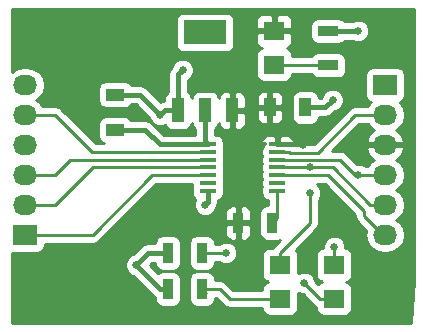
<source format=gbr>
G04 #@! TF.FileFunction,Copper,L1,Top,Signal*
%FSLAX46Y46*%
G04 Gerber Fmt 4.6, Leading zero omitted, Abs format (unit mm)*
G04 Created by KiCad (PCBNEW 4.0.2-stable) date Sunday, 27 May 2018 'pmt' 21:04:44*
%MOMM*%
G01*
G04 APERTURE LIST*
%ADD10C,0.100000*%
%ADD11R,0.900000X1.700000*%
%ADD12R,1.600000X1.000000*%
%ADD13R,1.000000X1.600000*%
%ADD14R,3.657600X2.032000*%
%ADD15R,1.016000X2.032000*%
%ADD16R,2.032000X1.727200*%
%ADD17O,2.032000X1.727200*%
%ADD18R,1.800860X1.597660*%
%ADD19R,1.450000X0.350000*%
%ADD20R,1.700000X0.900000*%
%ADD21C,0.635000*%
%ADD22C,0.381000*%
%ADD23C,0.254000*%
G04 APERTURE END LIST*
D10*
D11*
X171704000Y-110744000D03*
X174604000Y-110744000D03*
D12*
X161290000Y-102870000D03*
X161290000Y-99870000D03*
D13*
X174395000Y-100965000D03*
X177395000Y-100965000D03*
D14*
X168910000Y-94615000D03*
D15*
X168910000Y-101219000D03*
X171196000Y-101219000D03*
X166624000Y-101219000D03*
D16*
X153670000Y-111760000D03*
D17*
X153670000Y-109220000D03*
X153670000Y-106680000D03*
X153670000Y-104140000D03*
X153670000Y-101600000D03*
X153670000Y-99060000D03*
D16*
X184150000Y-99060000D03*
D17*
X184150000Y-101600000D03*
X184150000Y-104140000D03*
X184150000Y-106680000D03*
X184150000Y-109220000D03*
X184150000Y-111760000D03*
D11*
X168656000Y-116332000D03*
X165756000Y-116332000D03*
X168656000Y-113284000D03*
X165756000Y-113284000D03*
D18*
X174752000Y-94488000D03*
X174752000Y-97327720D03*
X175260000Y-114300000D03*
X175260000Y-117139720D03*
X179832000Y-114300000D03*
X179832000Y-117139720D03*
D19*
X169135000Y-104095000D03*
X169135000Y-104745000D03*
X169135000Y-105395000D03*
X169135000Y-106045000D03*
X169135000Y-106695000D03*
X169135000Y-107345000D03*
X169135000Y-107995000D03*
X175035000Y-107995000D03*
X175035000Y-107345000D03*
X175035000Y-106695000D03*
X175035000Y-106045000D03*
X175035000Y-105395000D03*
X175035000Y-104745000D03*
X175035000Y-104095000D03*
D20*
X179324000Y-97388000D03*
X179324000Y-94488000D03*
D21*
X181864000Y-94488000D03*
X163068000Y-114300000D03*
X167005000Y-97790000D03*
X179705000Y-100330000D03*
X165100000Y-101600000D03*
X168910000Y-109220000D03*
X181610000Y-104140000D03*
X177165000Y-104140000D03*
X177800000Y-106045000D03*
X177800000Y-108204000D03*
X181864000Y-106680000D03*
X179832000Y-112776000D03*
X170688000Y-113284000D03*
X177292000Y-115824000D03*
D22*
X165055000Y-104095000D02*
X163830000Y-102870000D01*
X163830000Y-102870000D02*
X161290000Y-102870000D01*
X169135000Y-104095000D02*
X165055000Y-104095000D01*
X168910000Y-101219000D02*
X168910000Y-103870000D01*
X168910000Y-103870000D02*
X169135000Y-104095000D01*
X179324000Y-94488000D02*
X181864000Y-94488000D01*
X165756000Y-116332000D02*
X165100000Y-116332000D01*
X165100000Y-116332000D02*
X163068000Y-114300000D01*
X165756000Y-113284000D02*
X164084000Y-113284000D01*
X164084000Y-113284000D02*
X163068000Y-114300000D01*
X166624000Y-101219000D02*
X166624000Y-98171000D01*
X166624000Y-98171000D02*
X167005000Y-97790000D01*
X177395000Y-100965000D02*
X179070000Y-100965000D01*
X179070000Y-100965000D02*
X179705000Y-100330000D01*
X161290000Y-99870000D02*
X163370000Y-99870000D01*
X163370000Y-99870000D02*
X165100000Y-101600000D01*
X166624000Y-101219000D02*
X165481000Y-101219000D01*
X165481000Y-101219000D02*
X165100000Y-101600000D01*
X169135000Y-107995000D02*
X169135000Y-108995000D01*
X169135000Y-108995000D02*
X168910000Y-109220000D01*
X175035000Y-104095000D02*
X177120000Y-104095000D01*
X177120000Y-104095000D02*
X177165000Y-104140000D01*
D23*
X174752000Y-97327720D02*
X179263720Y-97327720D01*
X179263720Y-97327720D02*
X179324000Y-97388000D01*
X159355000Y-104745000D02*
X156210000Y-101600000D01*
X156210000Y-101600000D02*
X153670000Y-101600000D01*
X169135000Y-104745000D02*
X159355000Y-104745000D01*
X159385000Y-106045000D02*
X156210000Y-109220000D01*
X156210000Y-109220000D02*
X153670000Y-109220000D01*
X169135000Y-106045000D02*
X159385000Y-106045000D01*
X157495000Y-105395000D02*
X156210000Y-106680000D01*
X156210000Y-106680000D02*
X153670000Y-106680000D01*
X169135000Y-105395000D02*
X157495000Y-105395000D01*
X164450000Y-106695000D02*
X159385000Y-111760000D01*
X159385000Y-111760000D02*
X153670000Y-111760000D01*
X169135000Y-106695000D02*
X164450000Y-106695000D01*
X175035000Y-107995000D02*
X175035000Y-110313000D01*
X175035000Y-110313000D02*
X174604000Y-110744000D01*
X182372000Y-110134400D02*
X183997600Y-111760000D01*
X183997600Y-111760000D02*
X184150000Y-111760000D01*
X182372000Y-109728000D02*
X182372000Y-110134400D01*
X179339000Y-106695000D02*
X182372000Y-109728000D01*
X175035000Y-106695000D02*
X179339000Y-106695000D01*
X177292000Y-106045000D02*
X177800000Y-106045000D01*
X177800000Y-106045000D02*
X179705000Y-106045000D01*
X175260000Y-114300000D02*
X175260000Y-113247170D01*
X175260000Y-113247170D02*
X177800000Y-110707170D01*
X177800000Y-110707170D02*
X177800000Y-108204000D01*
X175035000Y-106045000D02*
X177292000Y-106045000D01*
X179705000Y-106045000D02*
X182880000Y-109220000D01*
X182880000Y-109220000D02*
X184150000Y-109220000D01*
X181610000Y-106680000D02*
X181864000Y-106680000D01*
X181864000Y-106680000D02*
X184150000Y-106680000D01*
X179832000Y-114300000D02*
X179832000Y-112776000D01*
X181102000Y-106172000D02*
X181610000Y-106680000D01*
X180325000Y-105395000D02*
X181102000Y-106172000D01*
X175035000Y-105395000D02*
X180325000Y-105395000D01*
X182880000Y-101600000D02*
X184150000Y-101600000D01*
X181610000Y-101600000D02*
X182880000Y-101600000D01*
X176053502Y-104784502D02*
X178425498Y-104784502D01*
X178425498Y-104784502D02*
X181610000Y-101600000D01*
X176014000Y-104745000D02*
X176053502Y-104784502D01*
X175035000Y-104745000D02*
X176014000Y-104745000D01*
X170987720Y-117139720D02*
X170180000Y-116332000D01*
X170180000Y-116332000D02*
X168656000Y-116332000D01*
X175260000Y-117139720D02*
X170987720Y-117139720D01*
X168955720Y-116631720D02*
X168656000Y-116332000D01*
X170688000Y-113284000D02*
X168656000Y-113284000D01*
X179832000Y-117139720D02*
X178607720Y-117139720D01*
X178607720Y-117139720D02*
X177292000Y-115824000D01*
G36*
X186563000Y-115565767D02*
X186322184Y-119178000D01*
X152527000Y-119178000D01*
X152527000Y-114488633D01*
X162115335Y-114488633D01*
X162260039Y-114838843D01*
X162527747Y-115107020D01*
X162835288Y-115234722D01*
X164516283Y-116915717D01*
X164658560Y-117010784D01*
X164658560Y-117182000D01*
X164702838Y-117417317D01*
X164841910Y-117633441D01*
X165054110Y-117778431D01*
X165306000Y-117829440D01*
X166206000Y-117829440D01*
X166441317Y-117785162D01*
X166657441Y-117646090D01*
X166802431Y-117433890D01*
X166853440Y-117182000D01*
X166853440Y-115482000D01*
X167558560Y-115482000D01*
X167558560Y-117182000D01*
X167602838Y-117417317D01*
X167741910Y-117633441D01*
X167954110Y-117778431D01*
X168206000Y-117829440D01*
X169106000Y-117829440D01*
X169341317Y-117785162D01*
X169557441Y-117646090D01*
X169702431Y-117433890D01*
X169753440Y-117182000D01*
X169753440Y-117094000D01*
X169864370Y-117094000D01*
X170448905Y-117678536D01*
X170696116Y-117843717D01*
X170987720Y-117901720D01*
X173712130Y-117901720D01*
X173712130Y-117938550D01*
X173756408Y-118173867D01*
X173895480Y-118389991D01*
X174107680Y-118534981D01*
X174359570Y-118585990D01*
X176160430Y-118585990D01*
X176395747Y-118541712D01*
X176611871Y-118402640D01*
X176756861Y-118190440D01*
X176807870Y-117938550D01*
X176807870Y-116654324D01*
X177101705Y-116776335D01*
X177166762Y-116776392D01*
X178068905Y-117678535D01*
X178284130Y-117822344D01*
X178284130Y-117938550D01*
X178328408Y-118173867D01*
X178467480Y-118389991D01*
X178679680Y-118534981D01*
X178931570Y-118585990D01*
X180732430Y-118585990D01*
X180967747Y-118541712D01*
X181183871Y-118402640D01*
X181328861Y-118190440D01*
X181379870Y-117938550D01*
X181379870Y-116340890D01*
X181335592Y-116105573D01*
X181196520Y-115889449D01*
X180984320Y-115744459D01*
X180867634Y-115720830D01*
X180967747Y-115701992D01*
X181183871Y-115562920D01*
X181328861Y-115350720D01*
X181379870Y-115098830D01*
X181379870Y-113501170D01*
X181335592Y-113265853D01*
X181196520Y-113049729D01*
X180984320Y-112904739D01*
X180784424Y-112864259D01*
X180784665Y-112587367D01*
X180639961Y-112237157D01*
X180372253Y-111968980D01*
X180022295Y-111823665D01*
X179643367Y-111823335D01*
X179293157Y-111968039D01*
X179024980Y-112235747D01*
X178879665Y-112585705D01*
X178879423Y-112863542D01*
X178696253Y-112898008D01*
X178480129Y-113037080D01*
X178335139Y-113249280D01*
X178284130Y-113501170D01*
X178284130Y-115098830D01*
X178328408Y-115334147D01*
X178467480Y-115550271D01*
X178679680Y-115695261D01*
X178796366Y-115718890D01*
X178696253Y-115737728D01*
X178480129Y-115876800D01*
X178456708Y-115911078D01*
X178244610Y-115698980D01*
X178244665Y-115635367D01*
X178099961Y-115285157D01*
X177832253Y-115016980D01*
X177482295Y-114871665D01*
X177103367Y-114871335D01*
X176807870Y-114993432D01*
X176807870Y-113501170D01*
X176763592Y-113265853D01*
X176624520Y-113049729D01*
X176571380Y-113013420D01*
X178338815Y-111245986D01*
X178503996Y-110998775D01*
X178504150Y-110998000D01*
X178562000Y-110707170D01*
X178562000Y-108789194D01*
X178607020Y-108744253D01*
X178752335Y-108394295D01*
X178752665Y-108015367D01*
X178607961Y-107665157D01*
X178400168Y-107457000D01*
X179023370Y-107457000D01*
X181610000Y-110043631D01*
X181610000Y-110134400D01*
X181668004Y-110426005D01*
X181787341Y-110604605D01*
X181833185Y-110673215D01*
X182541865Y-111381895D01*
X182466655Y-111760000D01*
X182580729Y-112333489D01*
X182905585Y-112819670D01*
X183391766Y-113144526D01*
X183965255Y-113258600D01*
X184334745Y-113258600D01*
X184908234Y-113144526D01*
X185394415Y-112819670D01*
X185719271Y-112333489D01*
X185833345Y-111760000D01*
X185719271Y-111186511D01*
X185394415Y-110700330D01*
X185079634Y-110490000D01*
X185394415Y-110279670D01*
X185719271Y-109793489D01*
X185833345Y-109220000D01*
X185719271Y-108646511D01*
X185394415Y-108160330D01*
X185079634Y-107950000D01*
X185394415Y-107739670D01*
X185719271Y-107253489D01*
X185833345Y-106680000D01*
X185719271Y-106106511D01*
X185394415Y-105620330D01*
X185084931Y-105413539D01*
X185500732Y-105042036D01*
X185754709Y-104514791D01*
X185757358Y-104499026D01*
X185636217Y-104267000D01*
X184277000Y-104267000D01*
X184277000Y-104287000D01*
X184023000Y-104287000D01*
X184023000Y-104267000D01*
X182663783Y-104267000D01*
X182542642Y-104499026D01*
X182545291Y-104514791D01*
X182799268Y-105042036D01*
X183215069Y-105413539D01*
X182905585Y-105620330D01*
X182706688Y-105918000D01*
X182449194Y-105918000D01*
X182404253Y-105872980D01*
X182054295Y-105727665D01*
X181735017Y-105727387D01*
X180863815Y-104856185D01*
X180616605Y-104691004D01*
X180325000Y-104633000D01*
X179654630Y-104633000D01*
X181925630Y-102362000D01*
X182706688Y-102362000D01*
X182905585Y-102659670D01*
X183215069Y-102866461D01*
X182799268Y-103237964D01*
X182545291Y-103765209D01*
X182542642Y-103780974D01*
X182663783Y-104013000D01*
X184023000Y-104013000D01*
X184023000Y-103993000D01*
X184277000Y-103993000D01*
X184277000Y-104013000D01*
X185636217Y-104013000D01*
X185757358Y-103780974D01*
X185754709Y-103765209D01*
X185500732Y-103237964D01*
X185084931Y-102866461D01*
X185394415Y-102659670D01*
X185719271Y-102173489D01*
X185833345Y-101600000D01*
X185719271Y-101026511D01*
X185394415Y-100540330D01*
X185380087Y-100530757D01*
X185401317Y-100526762D01*
X185617441Y-100387690D01*
X185762431Y-100175490D01*
X185813440Y-99923600D01*
X185813440Y-98196400D01*
X185769162Y-97961083D01*
X185630090Y-97744959D01*
X185417890Y-97599969D01*
X185166000Y-97548960D01*
X183134000Y-97548960D01*
X182898683Y-97593238D01*
X182682559Y-97732310D01*
X182537569Y-97944510D01*
X182486560Y-98196400D01*
X182486560Y-99923600D01*
X182530838Y-100158917D01*
X182669910Y-100375041D01*
X182882110Y-100520031D01*
X182923439Y-100528400D01*
X182905585Y-100540330D01*
X182706688Y-100838000D01*
X181610000Y-100838000D01*
X181318395Y-100896004D01*
X181136654Y-101017440D01*
X181071185Y-101061185D01*
X178109868Y-104022502D01*
X176395000Y-104022502D01*
X176395000Y-103967998D01*
X176275752Y-103967998D01*
X176395000Y-103848750D01*
X176395000Y-103793690D01*
X176298327Y-103560301D01*
X176119698Y-103381673D01*
X175886309Y-103285000D01*
X175320750Y-103285000D01*
X175162000Y-103443750D01*
X175162000Y-103922560D01*
X174908000Y-103922560D01*
X174908000Y-103443750D01*
X174749250Y-103285000D01*
X174183691Y-103285000D01*
X173950302Y-103381673D01*
X173771673Y-103560301D01*
X173675000Y-103793690D01*
X173675000Y-103848750D01*
X173833750Y-104007500D01*
X174011492Y-104007500D01*
X173858559Y-104105910D01*
X173746853Y-104269397D01*
X173675000Y-104341250D01*
X173675000Y-104396310D01*
X173690268Y-104433171D01*
X173662560Y-104570000D01*
X173662560Y-104920000D01*
X173691821Y-105075507D01*
X173662560Y-105220000D01*
X173662560Y-105570000D01*
X173691821Y-105725507D01*
X173662560Y-105870000D01*
X173662560Y-106220000D01*
X173691821Y-106375507D01*
X173662560Y-106520000D01*
X173662560Y-106870000D01*
X173691821Y-107025507D01*
X173662560Y-107170000D01*
X173662560Y-107520000D01*
X173691821Y-107675507D01*
X173662560Y-107820000D01*
X173662560Y-108170000D01*
X173706838Y-108405317D01*
X173845910Y-108621441D01*
X174058110Y-108766431D01*
X174273000Y-108809947D01*
X174273000Y-109246560D01*
X174154000Y-109246560D01*
X173918683Y-109290838D01*
X173702559Y-109429910D01*
X173557569Y-109642110D01*
X173506560Y-109894000D01*
X173506560Y-111594000D01*
X173550838Y-111829317D01*
X173689910Y-112045441D01*
X173902110Y-112190431D01*
X174154000Y-112241440D01*
X175054000Y-112241440D01*
X175219181Y-112210359D01*
X174721185Y-112708355D01*
X174624048Y-112853730D01*
X174359570Y-112853730D01*
X174124253Y-112898008D01*
X173908129Y-113037080D01*
X173763139Y-113249280D01*
X173712130Y-113501170D01*
X173712130Y-115098830D01*
X173756408Y-115334147D01*
X173895480Y-115550271D01*
X174107680Y-115695261D01*
X174224366Y-115718890D01*
X174124253Y-115737728D01*
X173908129Y-115876800D01*
X173763139Y-116089000D01*
X173712130Y-116340890D01*
X173712130Y-116377720D01*
X171303351Y-116377720D01*
X170718815Y-115793185D01*
X170471605Y-115628004D01*
X170180000Y-115570000D01*
X169753440Y-115570000D01*
X169753440Y-115482000D01*
X169709162Y-115246683D01*
X169570090Y-115030559D01*
X169357890Y-114885569D01*
X169106000Y-114834560D01*
X168206000Y-114834560D01*
X167970683Y-114878838D01*
X167754559Y-115017910D01*
X167609569Y-115230110D01*
X167558560Y-115482000D01*
X166853440Y-115482000D01*
X166809162Y-115246683D01*
X166670090Y-115030559D01*
X166457890Y-114885569D01*
X166206000Y-114834560D01*
X165306000Y-114834560D01*
X165070683Y-114878838D01*
X164914666Y-114979232D01*
X164235434Y-114300000D01*
X164425934Y-114109500D01*
X164658560Y-114109500D01*
X164658560Y-114134000D01*
X164702838Y-114369317D01*
X164841910Y-114585441D01*
X165054110Y-114730431D01*
X165306000Y-114781440D01*
X166206000Y-114781440D01*
X166441317Y-114737162D01*
X166657441Y-114598090D01*
X166802431Y-114385890D01*
X166853440Y-114134000D01*
X166853440Y-112434000D01*
X167558560Y-112434000D01*
X167558560Y-114134000D01*
X167602838Y-114369317D01*
X167741910Y-114585441D01*
X167954110Y-114730431D01*
X168206000Y-114781440D01*
X169106000Y-114781440D01*
X169341317Y-114737162D01*
X169557441Y-114598090D01*
X169702431Y-114385890D01*
X169753440Y-114134000D01*
X169753440Y-114046000D01*
X170102806Y-114046000D01*
X170147747Y-114091020D01*
X170497705Y-114236335D01*
X170876633Y-114236665D01*
X171226843Y-114091961D01*
X171495020Y-113824253D01*
X171640335Y-113474295D01*
X171640665Y-113095367D01*
X171495961Y-112745157D01*
X171228253Y-112476980D01*
X170878295Y-112331665D01*
X170499367Y-112331335D01*
X170149157Y-112476039D01*
X170103115Y-112522000D01*
X169753440Y-112522000D01*
X169753440Y-112434000D01*
X169709162Y-112198683D01*
X169570090Y-111982559D01*
X169357890Y-111837569D01*
X169106000Y-111786560D01*
X168206000Y-111786560D01*
X167970683Y-111830838D01*
X167754559Y-111969910D01*
X167609569Y-112182110D01*
X167558560Y-112434000D01*
X166853440Y-112434000D01*
X166809162Y-112198683D01*
X166670090Y-111982559D01*
X166457890Y-111837569D01*
X166206000Y-111786560D01*
X165306000Y-111786560D01*
X165070683Y-111830838D01*
X164854559Y-111969910D01*
X164709569Y-112182110D01*
X164658560Y-112434000D01*
X164658560Y-112458500D01*
X164084005Y-112458500D01*
X164084000Y-112458499D01*
X163768094Y-112521337D01*
X163500283Y-112700283D01*
X162834828Y-113365738D01*
X162529157Y-113492039D01*
X162260980Y-113759747D01*
X162115665Y-114109705D01*
X162115335Y-114488633D01*
X152527000Y-114488633D01*
X152527000Y-113245322D01*
X152654000Y-113271040D01*
X154686000Y-113271040D01*
X154921317Y-113226762D01*
X155137441Y-113087690D01*
X155282431Y-112875490D01*
X155333440Y-112623600D01*
X155333440Y-112522000D01*
X159385000Y-112522000D01*
X159676605Y-112463996D01*
X159923815Y-112298815D01*
X161192880Y-111029750D01*
X170619000Y-111029750D01*
X170619000Y-111720310D01*
X170715673Y-111953699D01*
X170894302Y-112132327D01*
X171127691Y-112229000D01*
X171418250Y-112229000D01*
X171577000Y-112070250D01*
X171577000Y-110871000D01*
X171831000Y-110871000D01*
X171831000Y-112070250D01*
X171989750Y-112229000D01*
X172280309Y-112229000D01*
X172513698Y-112132327D01*
X172692327Y-111953699D01*
X172789000Y-111720310D01*
X172789000Y-111029750D01*
X172630250Y-110871000D01*
X171831000Y-110871000D01*
X171577000Y-110871000D01*
X170777750Y-110871000D01*
X170619000Y-111029750D01*
X161192880Y-111029750D01*
X164765631Y-107457000D01*
X167762560Y-107457000D01*
X167762560Y-107520000D01*
X167791821Y-107675507D01*
X167762560Y-107820000D01*
X167762560Y-108170000D01*
X167806838Y-108405317D01*
X167945910Y-108621441D01*
X168087125Y-108717929D01*
X167957665Y-109029705D01*
X167957335Y-109408633D01*
X168102039Y-109758843D01*
X168369747Y-110027020D01*
X168719705Y-110172335D01*
X169098633Y-110172665D01*
X169448843Y-110027961D01*
X169709569Y-109767690D01*
X170619000Y-109767690D01*
X170619000Y-110458250D01*
X170777750Y-110617000D01*
X171577000Y-110617000D01*
X171577000Y-109417750D01*
X171831000Y-109417750D01*
X171831000Y-110617000D01*
X172630250Y-110617000D01*
X172789000Y-110458250D01*
X172789000Y-109767690D01*
X172692327Y-109534301D01*
X172513698Y-109355673D01*
X172280309Y-109259000D01*
X171989750Y-109259000D01*
X171831000Y-109417750D01*
X171577000Y-109417750D01*
X171418250Y-109259000D01*
X171127691Y-109259000D01*
X170894302Y-109355673D01*
X170715673Y-109534301D01*
X170619000Y-109767690D01*
X169709569Y-109767690D01*
X169717020Y-109760253D01*
X169862335Y-109410295D01*
X169862376Y-109363717D01*
X169897663Y-109310906D01*
X169960500Y-108995000D01*
X169960500Y-108798530D01*
X170095317Y-108773162D01*
X170311441Y-108634090D01*
X170456431Y-108421890D01*
X170507440Y-108170000D01*
X170507440Y-107820000D01*
X170478179Y-107664493D01*
X170507440Y-107520000D01*
X170507440Y-107170000D01*
X170478179Y-107014493D01*
X170507440Y-106870000D01*
X170507440Y-106520000D01*
X170478179Y-106364493D01*
X170507440Y-106220000D01*
X170507440Y-105870000D01*
X170478179Y-105714493D01*
X170507440Y-105570000D01*
X170507440Y-105220000D01*
X170478179Y-105064493D01*
X170507440Y-104920000D01*
X170507440Y-104570000D01*
X170478179Y-104414493D01*
X170507440Y-104270000D01*
X170507440Y-103920000D01*
X170463162Y-103684683D01*
X170324090Y-103468559D01*
X170111890Y-103323569D01*
X169860000Y-103272560D01*
X169735500Y-103272560D01*
X169735500Y-102785279D01*
X169869441Y-102699090D01*
X170014431Y-102486890D01*
X170053000Y-102296431D01*
X170053000Y-102361310D01*
X170149673Y-102594699D01*
X170328302Y-102773327D01*
X170561691Y-102870000D01*
X170910250Y-102870000D01*
X171069000Y-102711250D01*
X171069000Y-101346000D01*
X171323000Y-101346000D01*
X171323000Y-102711250D01*
X171481750Y-102870000D01*
X171830309Y-102870000D01*
X172063698Y-102773327D01*
X172242327Y-102594699D01*
X172339000Y-102361310D01*
X172339000Y-101504750D01*
X172180250Y-101346000D01*
X171323000Y-101346000D01*
X171069000Y-101346000D01*
X171049000Y-101346000D01*
X171049000Y-101250750D01*
X173260000Y-101250750D01*
X173260000Y-101891310D01*
X173356673Y-102124699D01*
X173535302Y-102303327D01*
X173768691Y-102400000D01*
X174109250Y-102400000D01*
X174268000Y-102241250D01*
X174268000Y-101092000D01*
X174522000Y-101092000D01*
X174522000Y-102241250D01*
X174680750Y-102400000D01*
X175021309Y-102400000D01*
X175254698Y-102303327D01*
X175433327Y-102124699D01*
X175530000Y-101891310D01*
X175530000Y-101250750D01*
X175371250Y-101092000D01*
X174522000Y-101092000D01*
X174268000Y-101092000D01*
X173418750Y-101092000D01*
X173260000Y-101250750D01*
X171049000Y-101250750D01*
X171049000Y-101092000D01*
X171069000Y-101092000D01*
X171069000Y-99726750D01*
X171323000Y-99726750D01*
X171323000Y-101092000D01*
X172180250Y-101092000D01*
X172339000Y-100933250D01*
X172339000Y-100076690D01*
X172323260Y-100038690D01*
X173260000Y-100038690D01*
X173260000Y-100679250D01*
X173418750Y-100838000D01*
X174268000Y-100838000D01*
X174268000Y-99688750D01*
X174522000Y-99688750D01*
X174522000Y-100838000D01*
X175371250Y-100838000D01*
X175530000Y-100679250D01*
X175530000Y-100165000D01*
X176247560Y-100165000D01*
X176247560Y-101765000D01*
X176291838Y-102000317D01*
X176430910Y-102216441D01*
X176643110Y-102361431D01*
X176895000Y-102412440D01*
X177895000Y-102412440D01*
X178130317Y-102368162D01*
X178346441Y-102229090D01*
X178491431Y-102016890D01*
X178537276Y-101790500D01*
X179070000Y-101790500D01*
X179385906Y-101727663D01*
X179653717Y-101548717D01*
X179938172Y-101264262D01*
X180243843Y-101137961D01*
X180512020Y-100870253D01*
X180657335Y-100520295D01*
X180657665Y-100141367D01*
X180512961Y-99791157D01*
X180245253Y-99522980D01*
X179895295Y-99377665D01*
X179516367Y-99377335D01*
X179166157Y-99522039D01*
X178897980Y-99789747D01*
X178770278Y-100097289D01*
X178728066Y-100139500D01*
X178537642Y-100139500D01*
X178498162Y-99929683D01*
X178359090Y-99713559D01*
X178146890Y-99568569D01*
X177895000Y-99517560D01*
X176895000Y-99517560D01*
X176659683Y-99561838D01*
X176443559Y-99700910D01*
X176298569Y-99913110D01*
X176247560Y-100165000D01*
X175530000Y-100165000D01*
X175530000Y-100038690D01*
X175433327Y-99805301D01*
X175254698Y-99626673D01*
X175021309Y-99530000D01*
X174680750Y-99530000D01*
X174522000Y-99688750D01*
X174268000Y-99688750D01*
X174109250Y-99530000D01*
X173768691Y-99530000D01*
X173535302Y-99626673D01*
X173356673Y-99805301D01*
X173260000Y-100038690D01*
X172323260Y-100038690D01*
X172242327Y-99843301D01*
X172063698Y-99664673D01*
X171830309Y-99568000D01*
X171481750Y-99568000D01*
X171323000Y-99726750D01*
X171069000Y-99726750D01*
X170910250Y-99568000D01*
X170561691Y-99568000D01*
X170328302Y-99664673D01*
X170149673Y-99843301D01*
X170053000Y-100076690D01*
X170053000Y-100136887D01*
X170021162Y-99967683D01*
X169882090Y-99751559D01*
X169669890Y-99606569D01*
X169418000Y-99555560D01*
X168402000Y-99555560D01*
X168166683Y-99599838D01*
X167950559Y-99738910D01*
X167805569Y-99951110D01*
X167767457Y-100139314D01*
X167735162Y-99967683D01*
X167596090Y-99751559D01*
X167449500Y-99651398D01*
X167449500Y-98636943D01*
X167543843Y-98597961D01*
X167812020Y-98330253D01*
X167957335Y-97980295D01*
X167957665Y-97601367D01*
X167812961Y-97251157D01*
X167545253Y-96982980D01*
X167195295Y-96837665D01*
X166816367Y-96837335D01*
X166466157Y-96982039D01*
X166197980Y-97249747D01*
X166070278Y-97557288D01*
X166040283Y-97587283D01*
X165861337Y-97855094D01*
X165861337Y-97855095D01*
X165798500Y-98171000D01*
X165798500Y-99652721D01*
X165664559Y-99738910D01*
X165519569Y-99951110D01*
X165468560Y-100203000D01*
X165468560Y-100395974D01*
X165165095Y-100456337D01*
X165140323Y-100472889D01*
X163953717Y-99286283D01*
X163685906Y-99107337D01*
X163370000Y-99044500D01*
X162635131Y-99044500D01*
X162554090Y-98918559D01*
X162341890Y-98773569D01*
X162090000Y-98722560D01*
X160490000Y-98722560D01*
X160254683Y-98766838D01*
X160038559Y-98905910D01*
X159893569Y-99118110D01*
X159842560Y-99370000D01*
X159842560Y-100370000D01*
X159886838Y-100605317D01*
X160025910Y-100821441D01*
X160238110Y-100966431D01*
X160490000Y-101017440D01*
X162090000Y-101017440D01*
X162325317Y-100973162D01*
X162541441Y-100834090D01*
X162636135Y-100695500D01*
X163028066Y-100695500D01*
X164165738Y-101833171D01*
X164292039Y-102138843D01*
X164559747Y-102407020D01*
X164909705Y-102552335D01*
X165288633Y-102552665D01*
X165511041Y-102460768D01*
X165512838Y-102470317D01*
X165651910Y-102686441D01*
X165864110Y-102831431D01*
X166116000Y-102882440D01*
X167132000Y-102882440D01*
X167367317Y-102838162D01*
X167583441Y-102699090D01*
X167728431Y-102486890D01*
X167766543Y-102298686D01*
X167798838Y-102470317D01*
X167937910Y-102686441D01*
X168084500Y-102786602D01*
X168084500Y-103269500D01*
X165396933Y-103269500D01*
X164413717Y-102286283D01*
X164145906Y-102107337D01*
X163830000Y-102044500D01*
X162635131Y-102044500D01*
X162554090Y-101918559D01*
X162341890Y-101773569D01*
X162090000Y-101722560D01*
X160490000Y-101722560D01*
X160254683Y-101766838D01*
X160038559Y-101905910D01*
X159893569Y-102118110D01*
X159842560Y-102370000D01*
X159842560Y-103370000D01*
X159886838Y-103605317D01*
X160025910Y-103821441D01*
X160238110Y-103966431D01*
X160319930Y-103983000D01*
X159670631Y-103983000D01*
X156748815Y-101061185D01*
X156683346Y-101017440D01*
X156501605Y-100896004D01*
X156210000Y-100838000D01*
X155113312Y-100838000D01*
X154914415Y-100540330D01*
X154599634Y-100330000D01*
X154914415Y-100119670D01*
X155239271Y-99633489D01*
X155353345Y-99060000D01*
X155239271Y-98486511D01*
X154914415Y-98000330D01*
X154428234Y-97675474D01*
X153854745Y-97561400D01*
X153485255Y-97561400D01*
X152911766Y-97675474D01*
X152527000Y-97932567D01*
X152527000Y-96528890D01*
X173204130Y-96528890D01*
X173204130Y-98126550D01*
X173248408Y-98361867D01*
X173387480Y-98577991D01*
X173599680Y-98722981D01*
X173851570Y-98773990D01*
X175652430Y-98773990D01*
X175887747Y-98729712D01*
X176103871Y-98590640D01*
X176248861Y-98378440D01*
X176299870Y-98126550D01*
X176299870Y-98089720D01*
X177881393Y-98089720D01*
X178009910Y-98289441D01*
X178222110Y-98434431D01*
X178474000Y-98485440D01*
X180174000Y-98485440D01*
X180409317Y-98441162D01*
X180625441Y-98302090D01*
X180770431Y-98089890D01*
X180821440Y-97838000D01*
X180821440Y-96938000D01*
X180777162Y-96702683D01*
X180638090Y-96486559D01*
X180425890Y-96341569D01*
X180174000Y-96290560D01*
X178474000Y-96290560D01*
X178238683Y-96334838D01*
X178022559Y-96473910D01*
X177959828Y-96565720D01*
X176299870Y-96565720D01*
X176299870Y-96528890D01*
X176255592Y-96293573D01*
X176116520Y-96077449D01*
X175904320Y-95932459D01*
X175802741Y-95911889D01*
X176012129Y-95825157D01*
X176190757Y-95646528D01*
X176287430Y-95413139D01*
X176287430Y-94773750D01*
X176128680Y-94615000D01*
X174879000Y-94615000D01*
X174879000Y-94635000D01*
X174625000Y-94635000D01*
X174625000Y-94615000D01*
X173375320Y-94615000D01*
X173216570Y-94773750D01*
X173216570Y-95413139D01*
X173313243Y-95646528D01*
X173491871Y-95825157D01*
X173697681Y-95910406D01*
X173616253Y-95925728D01*
X173400129Y-96064800D01*
X173255139Y-96277000D01*
X173204130Y-96528890D01*
X152527000Y-96528890D01*
X152527000Y-93599000D01*
X166433760Y-93599000D01*
X166433760Y-95631000D01*
X166478038Y-95866317D01*
X166617110Y-96082441D01*
X166829310Y-96227431D01*
X167081200Y-96278440D01*
X170738800Y-96278440D01*
X170974117Y-96234162D01*
X171190241Y-96095090D01*
X171335231Y-95882890D01*
X171386240Y-95631000D01*
X171386240Y-93599000D01*
X171379440Y-93562861D01*
X173216570Y-93562861D01*
X173216570Y-94202250D01*
X173375320Y-94361000D01*
X174625000Y-94361000D01*
X174625000Y-93212920D01*
X174879000Y-93212920D01*
X174879000Y-94361000D01*
X176128680Y-94361000D01*
X176287430Y-94202250D01*
X176287430Y-94038000D01*
X177826560Y-94038000D01*
X177826560Y-94938000D01*
X177870838Y-95173317D01*
X178009910Y-95389441D01*
X178222110Y-95534431D01*
X178474000Y-95585440D01*
X180174000Y-95585440D01*
X180409317Y-95541162D01*
X180625441Y-95402090D01*
X180685972Y-95313500D01*
X181368252Y-95313500D01*
X181673705Y-95440335D01*
X182052633Y-95440665D01*
X182402843Y-95295961D01*
X182671020Y-95028253D01*
X182816335Y-94678295D01*
X182816665Y-94299367D01*
X182671961Y-93949157D01*
X182404253Y-93680980D01*
X182054295Y-93535665D01*
X181675367Y-93535335D01*
X181367605Y-93662500D01*
X180686957Y-93662500D01*
X180638090Y-93586559D01*
X180425890Y-93441569D01*
X180174000Y-93390560D01*
X178474000Y-93390560D01*
X178238683Y-93434838D01*
X178022559Y-93573910D01*
X177877569Y-93786110D01*
X177826560Y-94038000D01*
X176287430Y-94038000D01*
X176287430Y-93562861D01*
X176190757Y-93329472D01*
X176012129Y-93150843D01*
X175778740Y-93054170D01*
X175037750Y-93054170D01*
X174879000Y-93212920D01*
X174625000Y-93212920D01*
X174466250Y-93054170D01*
X173725260Y-93054170D01*
X173491871Y-93150843D01*
X173313243Y-93329472D01*
X173216570Y-93562861D01*
X171379440Y-93562861D01*
X171341962Y-93363683D01*
X171202890Y-93147559D01*
X170990690Y-93002569D01*
X170738800Y-92951560D01*
X167081200Y-92951560D01*
X166845883Y-92995838D01*
X166629759Y-93134910D01*
X166484769Y-93347110D01*
X166433760Y-93599000D01*
X152527000Y-93599000D01*
X152527000Y-92658000D01*
X186563000Y-92658000D01*
X186563000Y-115565767D01*
X186563000Y-115565767D01*
G37*
X186563000Y-115565767D02*
X186322184Y-119178000D01*
X152527000Y-119178000D01*
X152527000Y-114488633D01*
X162115335Y-114488633D01*
X162260039Y-114838843D01*
X162527747Y-115107020D01*
X162835288Y-115234722D01*
X164516283Y-116915717D01*
X164658560Y-117010784D01*
X164658560Y-117182000D01*
X164702838Y-117417317D01*
X164841910Y-117633441D01*
X165054110Y-117778431D01*
X165306000Y-117829440D01*
X166206000Y-117829440D01*
X166441317Y-117785162D01*
X166657441Y-117646090D01*
X166802431Y-117433890D01*
X166853440Y-117182000D01*
X166853440Y-115482000D01*
X167558560Y-115482000D01*
X167558560Y-117182000D01*
X167602838Y-117417317D01*
X167741910Y-117633441D01*
X167954110Y-117778431D01*
X168206000Y-117829440D01*
X169106000Y-117829440D01*
X169341317Y-117785162D01*
X169557441Y-117646090D01*
X169702431Y-117433890D01*
X169753440Y-117182000D01*
X169753440Y-117094000D01*
X169864370Y-117094000D01*
X170448905Y-117678536D01*
X170696116Y-117843717D01*
X170987720Y-117901720D01*
X173712130Y-117901720D01*
X173712130Y-117938550D01*
X173756408Y-118173867D01*
X173895480Y-118389991D01*
X174107680Y-118534981D01*
X174359570Y-118585990D01*
X176160430Y-118585990D01*
X176395747Y-118541712D01*
X176611871Y-118402640D01*
X176756861Y-118190440D01*
X176807870Y-117938550D01*
X176807870Y-116654324D01*
X177101705Y-116776335D01*
X177166762Y-116776392D01*
X178068905Y-117678535D01*
X178284130Y-117822344D01*
X178284130Y-117938550D01*
X178328408Y-118173867D01*
X178467480Y-118389991D01*
X178679680Y-118534981D01*
X178931570Y-118585990D01*
X180732430Y-118585990D01*
X180967747Y-118541712D01*
X181183871Y-118402640D01*
X181328861Y-118190440D01*
X181379870Y-117938550D01*
X181379870Y-116340890D01*
X181335592Y-116105573D01*
X181196520Y-115889449D01*
X180984320Y-115744459D01*
X180867634Y-115720830D01*
X180967747Y-115701992D01*
X181183871Y-115562920D01*
X181328861Y-115350720D01*
X181379870Y-115098830D01*
X181379870Y-113501170D01*
X181335592Y-113265853D01*
X181196520Y-113049729D01*
X180984320Y-112904739D01*
X180784424Y-112864259D01*
X180784665Y-112587367D01*
X180639961Y-112237157D01*
X180372253Y-111968980D01*
X180022295Y-111823665D01*
X179643367Y-111823335D01*
X179293157Y-111968039D01*
X179024980Y-112235747D01*
X178879665Y-112585705D01*
X178879423Y-112863542D01*
X178696253Y-112898008D01*
X178480129Y-113037080D01*
X178335139Y-113249280D01*
X178284130Y-113501170D01*
X178284130Y-115098830D01*
X178328408Y-115334147D01*
X178467480Y-115550271D01*
X178679680Y-115695261D01*
X178796366Y-115718890D01*
X178696253Y-115737728D01*
X178480129Y-115876800D01*
X178456708Y-115911078D01*
X178244610Y-115698980D01*
X178244665Y-115635367D01*
X178099961Y-115285157D01*
X177832253Y-115016980D01*
X177482295Y-114871665D01*
X177103367Y-114871335D01*
X176807870Y-114993432D01*
X176807870Y-113501170D01*
X176763592Y-113265853D01*
X176624520Y-113049729D01*
X176571380Y-113013420D01*
X178338815Y-111245986D01*
X178503996Y-110998775D01*
X178504150Y-110998000D01*
X178562000Y-110707170D01*
X178562000Y-108789194D01*
X178607020Y-108744253D01*
X178752335Y-108394295D01*
X178752665Y-108015367D01*
X178607961Y-107665157D01*
X178400168Y-107457000D01*
X179023370Y-107457000D01*
X181610000Y-110043631D01*
X181610000Y-110134400D01*
X181668004Y-110426005D01*
X181787341Y-110604605D01*
X181833185Y-110673215D01*
X182541865Y-111381895D01*
X182466655Y-111760000D01*
X182580729Y-112333489D01*
X182905585Y-112819670D01*
X183391766Y-113144526D01*
X183965255Y-113258600D01*
X184334745Y-113258600D01*
X184908234Y-113144526D01*
X185394415Y-112819670D01*
X185719271Y-112333489D01*
X185833345Y-111760000D01*
X185719271Y-111186511D01*
X185394415Y-110700330D01*
X185079634Y-110490000D01*
X185394415Y-110279670D01*
X185719271Y-109793489D01*
X185833345Y-109220000D01*
X185719271Y-108646511D01*
X185394415Y-108160330D01*
X185079634Y-107950000D01*
X185394415Y-107739670D01*
X185719271Y-107253489D01*
X185833345Y-106680000D01*
X185719271Y-106106511D01*
X185394415Y-105620330D01*
X185084931Y-105413539D01*
X185500732Y-105042036D01*
X185754709Y-104514791D01*
X185757358Y-104499026D01*
X185636217Y-104267000D01*
X184277000Y-104267000D01*
X184277000Y-104287000D01*
X184023000Y-104287000D01*
X184023000Y-104267000D01*
X182663783Y-104267000D01*
X182542642Y-104499026D01*
X182545291Y-104514791D01*
X182799268Y-105042036D01*
X183215069Y-105413539D01*
X182905585Y-105620330D01*
X182706688Y-105918000D01*
X182449194Y-105918000D01*
X182404253Y-105872980D01*
X182054295Y-105727665D01*
X181735017Y-105727387D01*
X180863815Y-104856185D01*
X180616605Y-104691004D01*
X180325000Y-104633000D01*
X179654630Y-104633000D01*
X181925630Y-102362000D01*
X182706688Y-102362000D01*
X182905585Y-102659670D01*
X183215069Y-102866461D01*
X182799268Y-103237964D01*
X182545291Y-103765209D01*
X182542642Y-103780974D01*
X182663783Y-104013000D01*
X184023000Y-104013000D01*
X184023000Y-103993000D01*
X184277000Y-103993000D01*
X184277000Y-104013000D01*
X185636217Y-104013000D01*
X185757358Y-103780974D01*
X185754709Y-103765209D01*
X185500732Y-103237964D01*
X185084931Y-102866461D01*
X185394415Y-102659670D01*
X185719271Y-102173489D01*
X185833345Y-101600000D01*
X185719271Y-101026511D01*
X185394415Y-100540330D01*
X185380087Y-100530757D01*
X185401317Y-100526762D01*
X185617441Y-100387690D01*
X185762431Y-100175490D01*
X185813440Y-99923600D01*
X185813440Y-98196400D01*
X185769162Y-97961083D01*
X185630090Y-97744959D01*
X185417890Y-97599969D01*
X185166000Y-97548960D01*
X183134000Y-97548960D01*
X182898683Y-97593238D01*
X182682559Y-97732310D01*
X182537569Y-97944510D01*
X182486560Y-98196400D01*
X182486560Y-99923600D01*
X182530838Y-100158917D01*
X182669910Y-100375041D01*
X182882110Y-100520031D01*
X182923439Y-100528400D01*
X182905585Y-100540330D01*
X182706688Y-100838000D01*
X181610000Y-100838000D01*
X181318395Y-100896004D01*
X181136654Y-101017440D01*
X181071185Y-101061185D01*
X178109868Y-104022502D01*
X176395000Y-104022502D01*
X176395000Y-103967998D01*
X176275752Y-103967998D01*
X176395000Y-103848750D01*
X176395000Y-103793690D01*
X176298327Y-103560301D01*
X176119698Y-103381673D01*
X175886309Y-103285000D01*
X175320750Y-103285000D01*
X175162000Y-103443750D01*
X175162000Y-103922560D01*
X174908000Y-103922560D01*
X174908000Y-103443750D01*
X174749250Y-103285000D01*
X174183691Y-103285000D01*
X173950302Y-103381673D01*
X173771673Y-103560301D01*
X173675000Y-103793690D01*
X173675000Y-103848750D01*
X173833750Y-104007500D01*
X174011492Y-104007500D01*
X173858559Y-104105910D01*
X173746853Y-104269397D01*
X173675000Y-104341250D01*
X173675000Y-104396310D01*
X173690268Y-104433171D01*
X173662560Y-104570000D01*
X173662560Y-104920000D01*
X173691821Y-105075507D01*
X173662560Y-105220000D01*
X173662560Y-105570000D01*
X173691821Y-105725507D01*
X173662560Y-105870000D01*
X173662560Y-106220000D01*
X173691821Y-106375507D01*
X173662560Y-106520000D01*
X173662560Y-106870000D01*
X173691821Y-107025507D01*
X173662560Y-107170000D01*
X173662560Y-107520000D01*
X173691821Y-107675507D01*
X173662560Y-107820000D01*
X173662560Y-108170000D01*
X173706838Y-108405317D01*
X173845910Y-108621441D01*
X174058110Y-108766431D01*
X174273000Y-108809947D01*
X174273000Y-109246560D01*
X174154000Y-109246560D01*
X173918683Y-109290838D01*
X173702559Y-109429910D01*
X173557569Y-109642110D01*
X173506560Y-109894000D01*
X173506560Y-111594000D01*
X173550838Y-111829317D01*
X173689910Y-112045441D01*
X173902110Y-112190431D01*
X174154000Y-112241440D01*
X175054000Y-112241440D01*
X175219181Y-112210359D01*
X174721185Y-112708355D01*
X174624048Y-112853730D01*
X174359570Y-112853730D01*
X174124253Y-112898008D01*
X173908129Y-113037080D01*
X173763139Y-113249280D01*
X173712130Y-113501170D01*
X173712130Y-115098830D01*
X173756408Y-115334147D01*
X173895480Y-115550271D01*
X174107680Y-115695261D01*
X174224366Y-115718890D01*
X174124253Y-115737728D01*
X173908129Y-115876800D01*
X173763139Y-116089000D01*
X173712130Y-116340890D01*
X173712130Y-116377720D01*
X171303351Y-116377720D01*
X170718815Y-115793185D01*
X170471605Y-115628004D01*
X170180000Y-115570000D01*
X169753440Y-115570000D01*
X169753440Y-115482000D01*
X169709162Y-115246683D01*
X169570090Y-115030559D01*
X169357890Y-114885569D01*
X169106000Y-114834560D01*
X168206000Y-114834560D01*
X167970683Y-114878838D01*
X167754559Y-115017910D01*
X167609569Y-115230110D01*
X167558560Y-115482000D01*
X166853440Y-115482000D01*
X166809162Y-115246683D01*
X166670090Y-115030559D01*
X166457890Y-114885569D01*
X166206000Y-114834560D01*
X165306000Y-114834560D01*
X165070683Y-114878838D01*
X164914666Y-114979232D01*
X164235434Y-114300000D01*
X164425934Y-114109500D01*
X164658560Y-114109500D01*
X164658560Y-114134000D01*
X164702838Y-114369317D01*
X164841910Y-114585441D01*
X165054110Y-114730431D01*
X165306000Y-114781440D01*
X166206000Y-114781440D01*
X166441317Y-114737162D01*
X166657441Y-114598090D01*
X166802431Y-114385890D01*
X166853440Y-114134000D01*
X166853440Y-112434000D01*
X167558560Y-112434000D01*
X167558560Y-114134000D01*
X167602838Y-114369317D01*
X167741910Y-114585441D01*
X167954110Y-114730431D01*
X168206000Y-114781440D01*
X169106000Y-114781440D01*
X169341317Y-114737162D01*
X169557441Y-114598090D01*
X169702431Y-114385890D01*
X169753440Y-114134000D01*
X169753440Y-114046000D01*
X170102806Y-114046000D01*
X170147747Y-114091020D01*
X170497705Y-114236335D01*
X170876633Y-114236665D01*
X171226843Y-114091961D01*
X171495020Y-113824253D01*
X171640335Y-113474295D01*
X171640665Y-113095367D01*
X171495961Y-112745157D01*
X171228253Y-112476980D01*
X170878295Y-112331665D01*
X170499367Y-112331335D01*
X170149157Y-112476039D01*
X170103115Y-112522000D01*
X169753440Y-112522000D01*
X169753440Y-112434000D01*
X169709162Y-112198683D01*
X169570090Y-111982559D01*
X169357890Y-111837569D01*
X169106000Y-111786560D01*
X168206000Y-111786560D01*
X167970683Y-111830838D01*
X167754559Y-111969910D01*
X167609569Y-112182110D01*
X167558560Y-112434000D01*
X166853440Y-112434000D01*
X166809162Y-112198683D01*
X166670090Y-111982559D01*
X166457890Y-111837569D01*
X166206000Y-111786560D01*
X165306000Y-111786560D01*
X165070683Y-111830838D01*
X164854559Y-111969910D01*
X164709569Y-112182110D01*
X164658560Y-112434000D01*
X164658560Y-112458500D01*
X164084005Y-112458500D01*
X164084000Y-112458499D01*
X163768094Y-112521337D01*
X163500283Y-112700283D01*
X162834828Y-113365738D01*
X162529157Y-113492039D01*
X162260980Y-113759747D01*
X162115665Y-114109705D01*
X162115335Y-114488633D01*
X152527000Y-114488633D01*
X152527000Y-113245322D01*
X152654000Y-113271040D01*
X154686000Y-113271040D01*
X154921317Y-113226762D01*
X155137441Y-113087690D01*
X155282431Y-112875490D01*
X155333440Y-112623600D01*
X155333440Y-112522000D01*
X159385000Y-112522000D01*
X159676605Y-112463996D01*
X159923815Y-112298815D01*
X161192880Y-111029750D01*
X170619000Y-111029750D01*
X170619000Y-111720310D01*
X170715673Y-111953699D01*
X170894302Y-112132327D01*
X171127691Y-112229000D01*
X171418250Y-112229000D01*
X171577000Y-112070250D01*
X171577000Y-110871000D01*
X171831000Y-110871000D01*
X171831000Y-112070250D01*
X171989750Y-112229000D01*
X172280309Y-112229000D01*
X172513698Y-112132327D01*
X172692327Y-111953699D01*
X172789000Y-111720310D01*
X172789000Y-111029750D01*
X172630250Y-110871000D01*
X171831000Y-110871000D01*
X171577000Y-110871000D01*
X170777750Y-110871000D01*
X170619000Y-111029750D01*
X161192880Y-111029750D01*
X164765631Y-107457000D01*
X167762560Y-107457000D01*
X167762560Y-107520000D01*
X167791821Y-107675507D01*
X167762560Y-107820000D01*
X167762560Y-108170000D01*
X167806838Y-108405317D01*
X167945910Y-108621441D01*
X168087125Y-108717929D01*
X167957665Y-109029705D01*
X167957335Y-109408633D01*
X168102039Y-109758843D01*
X168369747Y-110027020D01*
X168719705Y-110172335D01*
X169098633Y-110172665D01*
X169448843Y-110027961D01*
X169709569Y-109767690D01*
X170619000Y-109767690D01*
X170619000Y-110458250D01*
X170777750Y-110617000D01*
X171577000Y-110617000D01*
X171577000Y-109417750D01*
X171831000Y-109417750D01*
X171831000Y-110617000D01*
X172630250Y-110617000D01*
X172789000Y-110458250D01*
X172789000Y-109767690D01*
X172692327Y-109534301D01*
X172513698Y-109355673D01*
X172280309Y-109259000D01*
X171989750Y-109259000D01*
X171831000Y-109417750D01*
X171577000Y-109417750D01*
X171418250Y-109259000D01*
X171127691Y-109259000D01*
X170894302Y-109355673D01*
X170715673Y-109534301D01*
X170619000Y-109767690D01*
X169709569Y-109767690D01*
X169717020Y-109760253D01*
X169862335Y-109410295D01*
X169862376Y-109363717D01*
X169897663Y-109310906D01*
X169960500Y-108995000D01*
X169960500Y-108798530D01*
X170095317Y-108773162D01*
X170311441Y-108634090D01*
X170456431Y-108421890D01*
X170507440Y-108170000D01*
X170507440Y-107820000D01*
X170478179Y-107664493D01*
X170507440Y-107520000D01*
X170507440Y-107170000D01*
X170478179Y-107014493D01*
X170507440Y-106870000D01*
X170507440Y-106520000D01*
X170478179Y-106364493D01*
X170507440Y-106220000D01*
X170507440Y-105870000D01*
X170478179Y-105714493D01*
X170507440Y-105570000D01*
X170507440Y-105220000D01*
X170478179Y-105064493D01*
X170507440Y-104920000D01*
X170507440Y-104570000D01*
X170478179Y-104414493D01*
X170507440Y-104270000D01*
X170507440Y-103920000D01*
X170463162Y-103684683D01*
X170324090Y-103468559D01*
X170111890Y-103323569D01*
X169860000Y-103272560D01*
X169735500Y-103272560D01*
X169735500Y-102785279D01*
X169869441Y-102699090D01*
X170014431Y-102486890D01*
X170053000Y-102296431D01*
X170053000Y-102361310D01*
X170149673Y-102594699D01*
X170328302Y-102773327D01*
X170561691Y-102870000D01*
X170910250Y-102870000D01*
X171069000Y-102711250D01*
X171069000Y-101346000D01*
X171323000Y-101346000D01*
X171323000Y-102711250D01*
X171481750Y-102870000D01*
X171830309Y-102870000D01*
X172063698Y-102773327D01*
X172242327Y-102594699D01*
X172339000Y-102361310D01*
X172339000Y-101504750D01*
X172180250Y-101346000D01*
X171323000Y-101346000D01*
X171069000Y-101346000D01*
X171049000Y-101346000D01*
X171049000Y-101250750D01*
X173260000Y-101250750D01*
X173260000Y-101891310D01*
X173356673Y-102124699D01*
X173535302Y-102303327D01*
X173768691Y-102400000D01*
X174109250Y-102400000D01*
X174268000Y-102241250D01*
X174268000Y-101092000D01*
X174522000Y-101092000D01*
X174522000Y-102241250D01*
X174680750Y-102400000D01*
X175021309Y-102400000D01*
X175254698Y-102303327D01*
X175433327Y-102124699D01*
X175530000Y-101891310D01*
X175530000Y-101250750D01*
X175371250Y-101092000D01*
X174522000Y-101092000D01*
X174268000Y-101092000D01*
X173418750Y-101092000D01*
X173260000Y-101250750D01*
X171049000Y-101250750D01*
X171049000Y-101092000D01*
X171069000Y-101092000D01*
X171069000Y-99726750D01*
X171323000Y-99726750D01*
X171323000Y-101092000D01*
X172180250Y-101092000D01*
X172339000Y-100933250D01*
X172339000Y-100076690D01*
X172323260Y-100038690D01*
X173260000Y-100038690D01*
X173260000Y-100679250D01*
X173418750Y-100838000D01*
X174268000Y-100838000D01*
X174268000Y-99688750D01*
X174522000Y-99688750D01*
X174522000Y-100838000D01*
X175371250Y-100838000D01*
X175530000Y-100679250D01*
X175530000Y-100165000D01*
X176247560Y-100165000D01*
X176247560Y-101765000D01*
X176291838Y-102000317D01*
X176430910Y-102216441D01*
X176643110Y-102361431D01*
X176895000Y-102412440D01*
X177895000Y-102412440D01*
X178130317Y-102368162D01*
X178346441Y-102229090D01*
X178491431Y-102016890D01*
X178537276Y-101790500D01*
X179070000Y-101790500D01*
X179385906Y-101727663D01*
X179653717Y-101548717D01*
X179938172Y-101264262D01*
X180243843Y-101137961D01*
X180512020Y-100870253D01*
X180657335Y-100520295D01*
X180657665Y-100141367D01*
X180512961Y-99791157D01*
X180245253Y-99522980D01*
X179895295Y-99377665D01*
X179516367Y-99377335D01*
X179166157Y-99522039D01*
X178897980Y-99789747D01*
X178770278Y-100097289D01*
X178728066Y-100139500D01*
X178537642Y-100139500D01*
X178498162Y-99929683D01*
X178359090Y-99713559D01*
X178146890Y-99568569D01*
X177895000Y-99517560D01*
X176895000Y-99517560D01*
X176659683Y-99561838D01*
X176443559Y-99700910D01*
X176298569Y-99913110D01*
X176247560Y-100165000D01*
X175530000Y-100165000D01*
X175530000Y-100038690D01*
X175433327Y-99805301D01*
X175254698Y-99626673D01*
X175021309Y-99530000D01*
X174680750Y-99530000D01*
X174522000Y-99688750D01*
X174268000Y-99688750D01*
X174109250Y-99530000D01*
X173768691Y-99530000D01*
X173535302Y-99626673D01*
X173356673Y-99805301D01*
X173260000Y-100038690D01*
X172323260Y-100038690D01*
X172242327Y-99843301D01*
X172063698Y-99664673D01*
X171830309Y-99568000D01*
X171481750Y-99568000D01*
X171323000Y-99726750D01*
X171069000Y-99726750D01*
X170910250Y-99568000D01*
X170561691Y-99568000D01*
X170328302Y-99664673D01*
X170149673Y-99843301D01*
X170053000Y-100076690D01*
X170053000Y-100136887D01*
X170021162Y-99967683D01*
X169882090Y-99751559D01*
X169669890Y-99606569D01*
X169418000Y-99555560D01*
X168402000Y-99555560D01*
X168166683Y-99599838D01*
X167950559Y-99738910D01*
X167805569Y-99951110D01*
X167767457Y-100139314D01*
X167735162Y-99967683D01*
X167596090Y-99751559D01*
X167449500Y-99651398D01*
X167449500Y-98636943D01*
X167543843Y-98597961D01*
X167812020Y-98330253D01*
X167957335Y-97980295D01*
X167957665Y-97601367D01*
X167812961Y-97251157D01*
X167545253Y-96982980D01*
X167195295Y-96837665D01*
X166816367Y-96837335D01*
X166466157Y-96982039D01*
X166197980Y-97249747D01*
X166070278Y-97557288D01*
X166040283Y-97587283D01*
X165861337Y-97855094D01*
X165861337Y-97855095D01*
X165798500Y-98171000D01*
X165798500Y-99652721D01*
X165664559Y-99738910D01*
X165519569Y-99951110D01*
X165468560Y-100203000D01*
X165468560Y-100395974D01*
X165165095Y-100456337D01*
X165140323Y-100472889D01*
X163953717Y-99286283D01*
X163685906Y-99107337D01*
X163370000Y-99044500D01*
X162635131Y-99044500D01*
X162554090Y-98918559D01*
X162341890Y-98773569D01*
X162090000Y-98722560D01*
X160490000Y-98722560D01*
X160254683Y-98766838D01*
X160038559Y-98905910D01*
X159893569Y-99118110D01*
X159842560Y-99370000D01*
X159842560Y-100370000D01*
X159886838Y-100605317D01*
X160025910Y-100821441D01*
X160238110Y-100966431D01*
X160490000Y-101017440D01*
X162090000Y-101017440D01*
X162325317Y-100973162D01*
X162541441Y-100834090D01*
X162636135Y-100695500D01*
X163028066Y-100695500D01*
X164165738Y-101833171D01*
X164292039Y-102138843D01*
X164559747Y-102407020D01*
X164909705Y-102552335D01*
X165288633Y-102552665D01*
X165511041Y-102460768D01*
X165512838Y-102470317D01*
X165651910Y-102686441D01*
X165864110Y-102831431D01*
X166116000Y-102882440D01*
X167132000Y-102882440D01*
X167367317Y-102838162D01*
X167583441Y-102699090D01*
X167728431Y-102486890D01*
X167766543Y-102298686D01*
X167798838Y-102470317D01*
X167937910Y-102686441D01*
X168084500Y-102786602D01*
X168084500Y-103269500D01*
X165396933Y-103269500D01*
X164413717Y-102286283D01*
X164145906Y-102107337D01*
X163830000Y-102044500D01*
X162635131Y-102044500D01*
X162554090Y-101918559D01*
X162341890Y-101773569D01*
X162090000Y-101722560D01*
X160490000Y-101722560D01*
X160254683Y-101766838D01*
X160038559Y-101905910D01*
X159893569Y-102118110D01*
X159842560Y-102370000D01*
X159842560Y-103370000D01*
X159886838Y-103605317D01*
X160025910Y-103821441D01*
X160238110Y-103966431D01*
X160319930Y-103983000D01*
X159670631Y-103983000D01*
X156748815Y-101061185D01*
X156683346Y-101017440D01*
X156501605Y-100896004D01*
X156210000Y-100838000D01*
X155113312Y-100838000D01*
X154914415Y-100540330D01*
X154599634Y-100330000D01*
X154914415Y-100119670D01*
X155239271Y-99633489D01*
X155353345Y-99060000D01*
X155239271Y-98486511D01*
X154914415Y-98000330D01*
X154428234Y-97675474D01*
X153854745Y-97561400D01*
X153485255Y-97561400D01*
X152911766Y-97675474D01*
X152527000Y-97932567D01*
X152527000Y-96528890D01*
X173204130Y-96528890D01*
X173204130Y-98126550D01*
X173248408Y-98361867D01*
X173387480Y-98577991D01*
X173599680Y-98722981D01*
X173851570Y-98773990D01*
X175652430Y-98773990D01*
X175887747Y-98729712D01*
X176103871Y-98590640D01*
X176248861Y-98378440D01*
X176299870Y-98126550D01*
X176299870Y-98089720D01*
X177881393Y-98089720D01*
X178009910Y-98289441D01*
X178222110Y-98434431D01*
X178474000Y-98485440D01*
X180174000Y-98485440D01*
X180409317Y-98441162D01*
X180625441Y-98302090D01*
X180770431Y-98089890D01*
X180821440Y-97838000D01*
X180821440Y-96938000D01*
X180777162Y-96702683D01*
X180638090Y-96486559D01*
X180425890Y-96341569D01*
X180174000Y-96290560D01*
X178474000Y-96290560D01*
X178238683Y-96334838D01*
X178022559Y-96473910D01*
X177959828Y-96565720D01*
X176299870Y-96565720D01*
X176299870Y-96528890D01*
X176255592Y-96293573D01*
X176116520Y-96077449D01*
X175904320Y-95932459D01*
X175802741Y-95911889D01*
X176012129Y-95825157D01*
X176190757Y-95646528D01*
X176287430Y-95413139D01*
X176287430Y-94773750D01*
X176128680Y-94615000D01*
X174879000Y-94615000D01*
X174879000Y-94635000D01*
X174625000Y-94635000D01*
X174625000Y-94615000D01*
X173375320Y-94615000D01*
X173216570Y-94773750D01*
X173216570Y-95413139D01*
X173313243Y-95646528D01*
X173491871Y-95825157D01*
X173697681Y-95910406D01*
X173616253Y-95925728D01*
X173400129Y-96064800D01*
X173255139Y-96277000D01*
X173204130Y-96528890D01*
X152527000Y-96528890D01*
X152527000Y-93599000D01*
X166433760Y-93599000D01*
X166433760Y-95631000D01*
X166478038Y-95866317D01*
X166617110Y-96082441D01*
X166829310Y-96227431D01*
X167081200Y-96278440D01*
X170738800Y-96278440D01*
X170974117Y-96234162D01*
X171190241Y-96095090D01*
X171335231Y-95882890D01*
X171386240Y-95631000D01*
X171386240Y-93599000D01*
X171379440Y-93562861D01*
X173216570Y-93562861D01*
X173216570Y-94202250D01*
X173375320Y-94361000D01*
X174625000Y-94361000D01*
X174625000Y-93212920D01*
X174879000Y-93212920D01*
X174879000Y-94361000D01*
X176128680Y-94361000D01*
X176287430Y-94202250D01*
X176287430Y-94038000D01*
X177826560Y-94038000D01*
X177826560Y-94938000D01*
X177870838Y-95173317D01*
X178009910Y-95389441D01*
X178222110Y-95534431D01*
X178474000Y-95585440D01*
X180174000Y-95585440D01*
X180409317Y-95541162D01*
X180625441Y-95402090D01*
X180685972Y-95313500D01*
X181368252Y-95313500D01*
X181673705Y-95440335D01*
X182052633Y-95440665D01*
X182402843Y-95295961D01*
X182671020Y-95028253D01*
X182816335Y-94678295D01*
X182816665Y-94299367D01*
X182671961Y-93949157D01*
X182404253Y-93680980D01*
X182054295Y-93535665D01*
X181675367Y-93535335D01*
X181367605Y-93662500D01*
X180686957Y-93662500D01*
X180638090Y-93586559D01*
X180425890Y-93441569D01*
X180174000Y-93390560D01*
X178474000Y-93390560D01*
X178238683Y-93434838D01*
X178022559Y-93573910D01*
X177877569Y-93786110D01*
X177826560Y-94038000D01*
X176287430Y-94038000D01*
X176287430Y-93562861D01*
X176190757Y-93329472D01*
X176012129Y-93150843D01*
X175778740Y-93054170D01*
X175037750Y-93054170D01*
X174879000Y-93212920D01*
X174625000Y-93212920D01*
X174466250Y-93054170D01*
X173725260Y-93054170D01*
X173491871Y-93150843D01*
X173313243Y-93329472D01*
X173216570Y-93562861D01*
X171379440Y-93562861D01*
X171341962Y-93363683D01*
X171202890Y-93147559D01*
X170990690Y-93002569D01*
X170738800Y-92951560D01*
X167081200Y-92951560D01*
X166845883Y-92995838D01*
X166629759Y-93134910D01*
X166484769Y-93347110D01*
X166433760Y-93599000D01*
X152527000Y-93599000D01*
X152527000Y-92658000D01*
X186563000Y-92658000D01*
X186563000Y-115565767D01*
M02*

</source>
